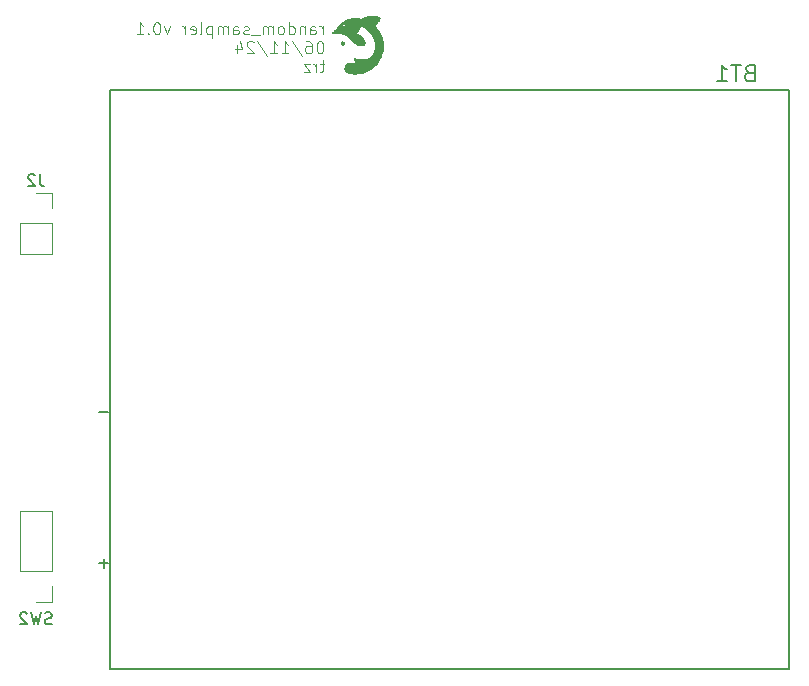
<source format=gbo>
%TF.GenerationSoftware,KiCad,Pcbnew,8.0.6-8.0.6-0~ubuntu24.04.1*%
%TF.CreationDate,2024-11-06T15:00:48+01:00*%
%TF.ProjectId,random_sampler,72616e64-6f6d-45f7-9361-6d706c65722e,rev?*%
%TF.SameCoordinates,Original*%
%TF.FileFunction,Legend,Bot*%
%TF.FilePolarity,Positive*%
%FSLAX46Y46*%
G04 Gerber Fmt 4.6, Leading zero omitted, Abs format (unit mm)*
G04 Created by KiCad (PCBNEW 8.0.6-8.0.6-0~ubuntu24.04.1) date 2024-11-06 15:00:48*
%MOMM*%
%LPD*%
G01*
G04 APERTURE LIST*
%ADD10C,0.100000*%
%ADD11C,0.150000*%
%ADD12C,0.000000*%
%ADD13C,0.127000*%
%ADD14C,0.120000*%
%ADD15C,3.200000*%
%ADD16C,1.000000*%
%ADD17R,1.700000X1.700000*%
%ADD18O,1.700000X1.700000*%
%ADD19C,2.370000*%
%ADD20C,1.959000*%
G04 APERTURE END LIST*
D10*
X29287115Y-3256531D02*
X29287115Y-2589864D01*
X29287115Y-2780340D02*
X29239496Y-2685102D01*
X29239496Y-2685102D02*
X29191877Y-2637483D01*
X29191877Y-2637483D02*
X29096639Y-2589864D01*
X29096639Y-2589864D02*
X29001401Y-2589864D01*
X28239496Y-3256531D02*
X28239496Y-2732721D01*
X28239496Y-2732721D02*
X28287115Y-2637483D01*
X28287115Y-2637483D02*
X28382353Y-2589864D01*
X28382353Y-2589864D02*
X28572829Y-2589864D01*
X28572829Y-2589864D02*
X28668067Y-2637483D01*
X28239496Y-3208912D02*
X28334734Y-3256531D01*
X28334734Y-3256531D02*
X28572829Y-3256531D01*
X28572829Y-3256531D02*
X28668067Y-3208912D01*
X28668067Y-3208912D02*
X28715686Y-3113673D01*
X28715686Y-3113673D02*
X28715686Y-3018435D01*
X28715686Y-3018435D02*
X28668067Y-2923197D01*
X28668067Y-2923197D02*
X28572829Y-2875578D01*
X28572829Y-2875578D02*
X28334734Y-2875578D01*
X28334734Y-2875578D02*
X28239496Y-2827959D01*
X27763305Y-2589864D02*
X27763305Y-3256531D01*
X27763305Y-2685102D02*
X27715686Y-2637483D01*
X27715686Y-2637483D02*
X27620448Y-2589864D01*
X27620448Y-2589864D02*
X27477591Y-2589864D01*
X27477591Y-2589864D02*
X27382353Y-2637483D01*
X27382353Y-2637483D02*
X27334734Y-2732721D01*
X27334734Y-2732721D02*
X27334734Y-3256531D01*
X26429972Y-3256531D02*
X26429972Y-2256531D01*
X26429972Y-3208912D02*
X26525210Y-3256531D01*
X26525210Y-3256531D02*
X26715686Y-3256531D01*
X26715686Y-3256531D02*
X26810924Y-3208912D01*
X26810924Y-3208912D02*
X26858543Y-3161292D01*
X26858543Y-3161292D02*
X26906162Y-3066054D01*
X26906162Y-3066054D02*
X26906162Y-2780340D01*
X26906162Y-2780340D02*
X26858543Y-2685102D01*
X26858543Y-2685102D02*
X26810924Y-2637483D01*
X26810924Y-2637483D02*
X26715686Y-2589864D01*
X26715686Y-2589864D02*
X26525210Y-2589864D01*
X26525210Y-2589864D02*
X26429972Y-2637483D01*
X25810924Y-3256531D02*
X25906162Y-3208912D01*
X25906162Y-3208912D02*
X25953781Y-3161292D01*
X25953781Y-3161292D02*
X26001400Y-3066054D01*
X26001400Y-3066054D02*
X26001400Y-2780340D01*
X26001400Y-2780340D02*
X25953781Y-2685102D01*
X25953781Y-2685102D02*
X25906162Y-2637483D01*
X25906162Y-2637483D02*
X25810924Y-2589864D01*
X25810924Y-2589864D02*
X25668067Y-2589864D01*
X25668067Y-2589864D02*
X25572829Y-2637483D01*
X25572829Y-2637483D02*
X25525210Y-2685102D01*
X25525210Y-2685102D02*
X25477591Y-2780340D01*
X25477591Y-2780340D02*
X25477591Y-3066054D01*
X25477591Y-3066054D02*
X25525210Y-3161292D01*
X25525210Y-3161292D02*
X25572829Y-3208912D01*
X25572829Y-3208912D02*
X25668067Y-3256531D01*
X25668067Y-3256531D02*
X25810924Y-3256531D01*
X25049019Y-3256531D02*
X25049019Y-2589864D01*
X25049019Y-2685102D02*
X25001400Y-2637483D01*
X25001400Y-2637483D02*
X24906162Y-2589864D01*
X24906162Y-2589864D02*
X24763305Y-2589864D01*
X24763305Y-2589864D02*
X24668067Y-2637483D01*
X24668067Y-2637483D02*
X24620448Y-2732721D01*
X24620448Y-2732721D02*
X24620448Y-3256531D01*
X24620448Y-2732721D02*
X24572829Y-2637483D01*
X24572829Y-2637483D02*
X24477591Y-2589864D01*
X24477591Y-2589864D02*
X24334734Y-2589864D01*
X24334734Y-2589864D02*
X24239495Y-2637483D01*
X24239495Y-2637483D02*
X24191876Y-2732721D01*
X24191876Y-2732721D02*
X24191876Y-3256531D01*
X23953782Y-3351769D02*
X23191877Y-3351769D01*
X23001400Y-3208912D02*
X22906162Y-3256531D01*
X22906162Y-3256531D02*
X22715686Y-3256531D01*
X22715686Y-3256531D02*
X22620448Y-3208912D01*
X22620448Y-3208912D02*
X22572829Y-3113673D01*
X22572829Y-3113673D02*
X22572829Y-3066054D01*
X22572829Y-3066054D02*
X22620448Y-2970816D01*
X22620448Y-2970816D02*
X22715686Y-2923197D01*
X22715686Y-2923197D02*
X22858543Y-2923197D01*
X22858543Y-2923197D02*
X22953781Y-2875578D01*
X22953781Y-2875578D02*
X23001400Y-2780340D01*
X23001400Y-2780340D02*
X23001400Y-2732721D01*
X23001400Y-2732721D02*
X22953781Y-2637483D01*
X22953781Y-2637483D02*
X22858543Y-2589864D01*
X22858543Y-2589864D02*
X22715686Y-2589864D01*
X22715686Y-2589864D02*
X22620448Y-2637483D01*
X21715686Y-3256531D02*
X21715686Y-2732721D01*
X21715686Y-2732721D02*
X21763305Y-2637483D01*
X21763305Y-2637483D02*
X21858543Y-2589864D01*
X21858543Y-2589864D02*
X22049019Y-2589864D01*
X22049019Y-2589864D02*
X22144257Y-2637483D01*
X21715686Y-3208912D02*
X21810924Y-3256531D01*
X21810924Y-3256531D02*
X22049019Y-3256531D01*
X22049019Y-3256531D02*
X22144257Y-3208912D01*
X22144257Y-3208912D02*
X22191876Y-3113673D01*
X22191876Y-3113673D02*
X22191876Y-3018435D01*
X22191876Y-3018435D02*
X22144257Y-2923197D01*
X22144257Y-2923197D02*
X22049019Y-2875578D01*
X22049019Y-2875578D02*
X21810924Y-2875578D01*
X21810924Y-2875578D02*
X21715686Y-2827959D01*
X21239495Y-3256531D02*
X21239495Y-2589864D01*
X21239495Y-2685102D02*
X21191876Y-2637483D01*
X21191876Y-2637483D02*
X21096638Y-2589864D01*
X21096638Y-2589864D02*
X20953781Y-2589864D01*
X20953781Y-2589864D02*
X20858543Y-2637483D01*
X20858543Y-2637483D02*
X20810924Y-2732721D01*
X20810924Y-2732721D02*
X20810924Y-3256531D01*
X20810924Y-2732721D02*
X20763305Y-2637483D01*
X20763305Y-2637483D02*
X20668067Y-2589864D01*
X20668067Y-2589864D02*
X20525210Y-2589864D01*
X20525210Y-2589864D02*
X20429971Y-2637483D01*
X20429971Y-2637483D02*
X20382352Y-2732721D01*
X20382352Y-2732721D02*
X20382352Y-3256531D01*
X19906162Y-2589864D02*
X19906162Y-3589864D01*
X19906162Y-2637483D02*
X19810924Y-2589864D01*
X19810924Y-2589864D02*
X19620448Y-2589864D01*
X19620448Y-2589864D02*
X19525210Y-2637483D01*
X19525210Y-2637483D02*
X19477591Y-2685102D01*
X19477591Y-2685102D02*
X19429972Y-2780340D01*
X19429972Y-2780340D02*
X19429972Y-3066054D01*
X19429972Y-3066054D02*
X19477591Y-3161292D01*
X19477591Y-3161292D02*
X19525210Y-3208912D01*
X19525210Y-3208912D02*
X19620448Y-3256531D01*
X19620448Y-3256531D02*
X19810924Y-3256531D01*
X19810924Y-3256531D02*
X19906162Y-3208912D01*
X18858543Y-3256531D02*
X18953781Y-3208912D01*
X18953781Y-3208912D02*
X19001400Y-3113673D01*
X19001400Y-3113673D02*
X19001400Y-2256531D01*
X18096638Y-3208912D02*
X18191876Y-3256531D01*
X18191876Y-3256531D02*
X18382352Y-3256531D01*
X18382352Y-3256531D02*
X18477590Y-3208912D01*
X18477590Y-3208912D02*
X18525209Y-3113673D01*
X18525209Y-3113673D02*
X18525209Y-2732721D01*
X18525209Y-2732721D02*
X18477590Y-2637483D01*
X18477590Y-2637483D02*
X18382352Y-2589864D01*
X18382352Y-2589864D02*
X18191876Y-2589864D01*
X18191876Y-2589864D02*
X18096638Y-2637483D01*
X18096638Y-2637483D02*
X18049019Y-2732721D01*
X18049019Y-2732721D02*
X18049019Y-2827959D01*
X18049019Y-2827959D02*
X18525209Y-2923197D01*
X17620447Y-3256531D02*
X17620447Y-2589864D01*
X17620447Y-2780340D02*
X17572828Y-2685102D01*
X17572828Y-2685102D02*
X17525209Y-2637483D01*
X17525209Y-2637483D02*
X17429971Y-2589864D01*
X17429971Y-2589864D02*
X17334733Y-2589864D01*
X16334732Y-2589864D02*
X16096637Y-3256531D01*
X16096637Y-3256531D02*
X15858542Y-2589864D01*
X15287113Y-2256531D02*
X15191875Y-2256531D01*
X15191875Y-2256531D02*
X15096637Y-2304150D01*
X15096637Y-2304150D02*
X15049018Y-2351769D01*
X15049018Y-2351769D02*
X15001399Y-2447007D01*
X15001399Y-2447007D02*
X14953780Y-2637483D01*
X14953780Y-2637483D02*
X14953780Y-2875578D01*
X14953780Y-2875578D02*
X15001399Y-3066054D01*
X15001399Y-3066054D02*
X15049018Y-3161292D01*
X15049018Y-3161292D02*
X15096637Y-3208912D01*
X15096637Y-3208912D02*
X15191875Y-3256531D01*
X15191875Y-3256531D02*
X15287113Y-3256531D01*
X15287113Y-3256531D02*
X15382351Y-3208912D01*
X15382351Y-3208912D02*
X15429970Y-3161292D01*
X15429970Y-3161292D02*
X15477589Y-3066054D01*
X15477589Y-3066054D02*
X15525208Y-2875578D01*
X15525208Y-2875578D02*
X15525208Y-2637483D01*
X15525208Y-2637483D02*
X15477589Y-2447007D01*
X15477589Y-2447007D02*
X15429970Y-2351769D01*
X15429970Y-2351769D02*
X15382351Y-2304150D01*
X15382351Y-2304150D02*
X15287113Y-2256531D01*
X14525208Y-3161292D02*
X14477589Y-3208912D01*
X14477589Y-3208912D02*
X14525208Y-3256531D01*
X14525208Y-3256531D02*
X14572827Y-3208912D01*
X14572827Y-3208912D02*
X14525208Y-3161292D01*
X14525208Y-3161292D02*
X14525208Y-3256531D01*
X13525209Y-3256531D02*
X14096637Y-3256531D01*
X13810923Y-3256531D02*
X13810923Y-2256531D01*
X13810923Y-2256531D02*
X13906161Y-2399388D01*
X13906161Y-2399388D02*
X14001399Y-2494626D01*
X14001399Y-2494626D02*
X14096637Y-2542245D01*
X29096639Y-3866475D02*
X29001401Y-3866475D01*
X29001401Y-3866475D02*
X28906163Y-3914094D01*
X28906163Y-3914094D02*
X28858544Y-3961713D01*
X28858544Y-3961713D02*
X28810925Y-4056951D01*
X28810925Y-4056951D02*
X28763306Y-4247427D01*
X28763306Y-4247427D02*
X28763306Y-4485522D01*
X28763306Y-4485522D02*
X28810925Y-4675998D01*
X28810925Y-4675998D02*
X28858544Y-4771236D01*
X28858544Y-4771236D02*
X28906163Y-4818856D01*
X28906163Y-4818856D02*
X29001401Y-4866475D01*
X29001401Y-4866475D02*
X29096639Y-4866475D01*
X29096639Y-4866475D02*
X29191877Y-4818856D01*
X29191877Y-4818856D02*
X29239496Y-4771236D01*
X29239496Y-4771236D02*
X29287115Y-4675998D01*
X29287115Y-4675998D02*
X29334734Y-4485522D01*
X29334734Y-4485522D02*
X29334734Y-4247427D01*
X29334734Y-4247427D02*
X29287115Y-4056951D01*
X29287115Y-4056951D02*
X29239496Y-3961713D01*
X29239496Y-3961713D02*
X29191877Y-3914094D01*
X29191877Y-3914094D02*
X29096639Y-3866475D01*
X27906163Y-3866475D02*
X28096639Y-3866475D01*
X28096639Y-3866475D02*
X28191877Y-3914094D01*
X28191877Y-3914094D02*
X28239496Y-3961713D01*
X28239496Y-3961713D02*
X28334734Y-4104570D01*
X28334734Y-4104570D02*
X28382353Y-4295046D01*
X28382353Y-4295046D02*
X28382353Y-4675998D01*
X28382353Y-4675998D02*
X28334734Y-4771236D01*
X28334734Y-4771236D02*
X28287115Y-4818856D01*
X28287115Y-4818856D02*
X28191877Y-4866475D01*
X28191877Y-4866475D02*
X28001401Y-4866475D01*
X28001401Y-4866475D02*
X27906163Y-4818856D01*
X27906163Y-4818856D02*
X27858544Y-4771236D01*
X27858544Y-4771236D02*
X27810925Y-4675998D01*
X27810925Y-4675998D02*
X27810925Y-4437903D01*
X27810925Y-4437903D02*
X27858544Y-4342665D01*
X27858544Y-4342665D02*
X27906163Y-4295046D01*
X27906163Y-4295046D02*
X28001401Y-4247427D01*
X28001401Y-4247427D02*
X28191877Y-4247427D01*
X28191877Y-4247427D02*
X28287115Y-4295046D01*
X28287115Y-4295046D02*
X28334734Y-4342665D01*
X28334734Y-4342665D02*
X28382353Y-4437903D01*
X26668068Y-3818856D02*
X27525210Y-5104570D01*
X25810925Y-4866475D02*
X26382353Y-4866475D01*
X26096639Y-4866475D02*
X26096639Y-3866475D01*
X26096639Y-3866475D02*
X26191877Y-4009332D01*
X26191877Y-4009332D02*
X26287115Y-4104570D01*
X26287115Y-4104570D02*
X26382353Y-4152189D01*
X24858544Y-4866475D02*
X25429972Y-4866475D01*
X25144258Y-4866475D02*
X25144258Y-3866475D01*
X25144258Y-3866475D02*
X25239496Y-4009332D01*
X25239496Y-4009332D02*
X25334734Y-4104570D01*
X25334734Y-4104570D02*
X25429972Y-4152189D01*
X23715687Y-3818856D02*
X24572829Y-5104570D01*
X23429972Y-3961713D02*
X23382353Y-3914094D01*
X23382353Y-3914094D02*
X23287115Y-3866475D01*
X23287115Y-3866475D02*
X23049020Y-3866475D01*
X23049020Y-3866475D02*
X22953782Y-3914094D01*
X22953782Y-3914094D02*
X22906163Y-3961713D01*
X22906163Y-3961713D02*
X22858544Y-4056951D01*
X22858544Y-4056951D02*
X22858544Y-4152189D01*
X22858544Y-4152189D02*
X22906163Y-4295046D01*
X22906163Y-4295046D02*
X23477591Y-4866475D01*
X23477591Y-4866475D02*
X22858544Y-4866475D01*
X22001401Y-4199808D02*
X22001401Y-4866475D01*
X22239496Y-3818856D02*
X22477591Y-4533141D01*
X22477591Y-4533141D02*
X21858544Y-4533141D01*
X29429972Y-5809752D02*
X29049020Y-5809752D01*
X29287115Y-5476419D02*
X29287115Y-6333561D01*
X29287115Y-6333561D02*
X29239496Y-6428800D01*
X29239496Y-6428800D02*
X29144258Y-6476419D01*
X29144258Y-6476419D02*
X29049020Y-6476419D01*
X28715686Y-6476419D02*
X28715686Y-5809752D01*
X28715686Y-6000228D02*
X28668067Y-5904990D01*
X28668067Y-5904990D02*
X28620448Y-5857371D01*
X28620448Y-5857371D02*
X28525210Y-5809752D01*
X28525210Y-5809752D02*
X28429972Y-5809752D01*
X28191876Y-5809752D02*
X27668067Y-5809752D01*
X27668067Y-5809752D02*
X28191876Y-6476419D01*
X28191876Y-6476419D02*
X27668067Y-6476419D01*
D11*
X65405000Y-6517533D02*
X65205000Y-6584200D01*
X65205000Y-6584200D02*
X65138333Y-6650866D01*
X65138333Y-6650866D02*
X65071666Y-6784200D01*
X65071666Y-6784200D02*
X65071666Y-6984200D01*
X65071666Y-6984200D02*
X65138333Y-7117533D01*
X65138333Y-7117533D02*
X65205000Y-7184200D01*
X65205000Y-7184200D02*
X65338333Y-7250866D01*
X65338333Y-7250866D02*
X65871666Y-7250866D01*
X65871666Y-7250866D02*
X65871666Y-5850866D01*
X65871666Y-5850866D02*
X65405000Y-5850866D01*
X65405000Y-5850866D02*
X65271666Y-5917533D01*
X65271666Y-5917533D02*
X65205000Y-5984200D01*
X65205000Y-5984200D02*
X65138333Y-6117533D01*
X65138333Y-6117533D02*
X65138333Y-6250866D01*
X65138333Y-6250866D02*
X65205000Y-6384200D01*
X65205000Y-6384200D02*
X65271666Y-6450866D01*
X65271666Y-6450866D02*
X65405000Y-6517533D01*
X65405000Y-6517533D02*
X65871666Y-6517533D01*
X64671666Y-5850866D02*
X63871666Y-5850866D01*
X64271666Y-7250866D02*
X64271666Y-5850866D01*
X62671666Y-7250866D02*
X63471666Y-7250866D01*
X63071666Y-7250866D02*
X63071666Y-5850866D01*
X63071666Y-5850866D02*
X63204999Y-6050866D01*
X63204999Y-6050866D02*
X63338333Y-6184200D01*
X63338333Y-6184200D02*
X63471666Y-6250866D01*
X11130951Y-48073866D02*
X10369047Y-48073866D01*
X10749999Y-48454819D02*
X10749999Y-47692914D01*
X11130951Y-35273866D02*
X10369047Y-35273866D01*
X5333333Y-15124819D02*
X5333333Y-15839104D01*
X5333333Y-15839104D02*
X5380952Y-15981961D01*
X5380952Y-15981961D02*
X5476190Y-16077200D01*
X5476190Y-16077200D02*
X5619047Y-16124819D01*
X5619047Y-16124819D02*
X5714285Y-16124819D01*
X4904761Y-15220057D02*
X4857142Y-15172438D01*
X4857142Y-15172438D02*
X4761904Y-15124819D01*
X4761904Y-15124819D02*
X4523809Y-15124819D01*
X4523809Y-15124819D02*
X4428571Y-15172438D01*
X4428571Y-15172438D02*
X4380952Y-15220057D01*
X4380952Y-15220057D02*
X4333333Y-15315295D01*
X4333333Y-15315295D02*
X4333333Y-15410533D01*
X4333333Y-15410533D02*
X4380952Y-15553390D01*
X4380952Y-15553390D02*
X4952380Y-16124819D01*
X4952380Y-16124819D02*
X4333333Y-16124819D01*
X6333332Y-53177200D02*
X6190475Y-53224819D01*
X6190475Y-53224819D02*
X5952380Y-53224819D01*
X5952380Y-53224819D02*
X5857142Y-53177200D01*
X5857142Y-53177200D02*
X5809523Y-53129580D01*
X5809523Y-53129580D02*
X5761904Y-53034342D01*
X5761904Y-53034342D02*
X5761904Y-52939104D01*
X5761904Y-52939104D02*
X5809523Y-52843866D01*
X5809523Y-52843866D02*
X5857142Y-52796247D01*
X5857142Y-52796247D02*
X5952380Y-52748628D01*
X5952380Y-52748628D02*
X6142856Y-52701009D01*
X6142856Y-52701009D02*
X6238094Y-52653390D01*
X6238094Y-52653390D02*
X6285713Y-52605771D01*
X6285713Y-52605771D02*
X6333332Y-52510533D01*
X6333332Y-52510533D02*
X6333332Y-52415295D01*
X6333332Y-52415295D02*
X6285713Y-52320057D01*
X6285713Y-52320057D02*
X6238094Y-52272438D01*
X6238094Y-52272438D02*
X6142856Y-52224819D01*
X6142856Y-52224819D02*
X5904761Y-52224819D01*
X5904761Y-52224819D02*
X5761904Y-52272438D01*
X5428570Y-52224819D02*
X5190475Y-53224819D01*
X5190475Y-53224819D02*
X4999999Y-52510533D01*
X4999999Y-52510533D02*
X4809523Y-53224819D01*
X4809523Y-53224819D02*
X4571428Y-52224819D01*
X4238094Y-52320057D02*
X4190475Y-52272438D01*
X4190475Y-52272438D02*
X4095237Y-52224819D01*
X4095237Y-52224819D02*
X3857142Y-52224819D01*
X3857142Y-52224819D02*
X3761904Y-52272438D01*
X3761904Y-52272438D02*
X3714285Y-52320057D01*
X3714285Y-52320057D02*
X3666666Y-52415295D01*
X3666666Y-52415295D02*
X3666666Y-52510533D01*
X3666666Y-52510533D02*
X3714285Y-52653390D01*
X3714285Y-52653390D02*
X4285713Y-53224819D01*
X4285713Y-53224819D02*
X3666666Y-53224819D01*
D12*
%TO.C,G\u002A\u002A\u002A*%
G36*
X31034722Y-3869731D02*
G01*
X31084214Y-3886617D01*
X31093272Y-3891532D01*
X31134076Y-3923419D01*
X31163347Y-3963559D01*
X31180727Y-4009211D01*
X31185857Y-4057632D01*
X31178378Y-4106081D01*
X31157932Y-4151816D01*
X31124161Y-4192096D01*
X31102613Y-4209322D01*
X31066948Y-4228312D01*
X31022000Y-4241425D01*
X31012880Y-4242722D01*
X30981007Y-4241532D01*
X30945364Y-4234339D01*
X30913455Y-4222454D01*
X30892326Y-4209196D01*
X30861098Y-4181035D01*
X30834685Y-4147837D01*
X30818066Y-4115197D01*
X30809529Y-4067757D01*
X30814293Y-4016598D01*
X30832051Y-3967989D01*
X30861529Y-3925344D01*
X30901451Y-3892074D01*
X30932418Y-3877233D01*
X30982737Y-3866644D01*
X31034722Y-3869731D01*
G37*
G36*
X33821955Y-2529926D02*
G01*
X33800869Y-2574090D01*
X33784155Y-2614306D01*
X33854349Y-2692653D01*
X33917046Y-2765657D01*
X34028728Y-2912481D01*
X34129340Y-3067811D01*
X34217649Y-3229495D01*
X34292423Y-3395377D01*
X34352430Y-3563304D01*
X34393501Y-3710894D01*
X34433167Y-3904003D01*
X34457170Y-4097382D01*
X34465540Y-4290399D01*
X34458308Y-4482423D01*
X34435502Y-4672826D01*
X34397152Y-4860978D01*
X34343288Y-5046247D01*
X34273941Y-5228003D01*
X34234604Y-5314976D01*
X34144110Y-5486810D01*
X34040784Y-5649779D01*
X33925309Y-5803255D01*
X33798366Y-5946607D01*
X33660635Y-6079207D01*
X33512797Y-6200426D01*
X33355534Y-6309633D01*
X33189526Y-6406199D01*
X33015455Y-6489495D01*
X32834000Y-6558892D01*
X32761356Y-6581840D01*
X32669997Y-6607042D01*
X32577400Y-6628997D01*
X32486748Y-6647082D01*
X32401225Y-6660671D01*
X32324013Y-6669140D01*
X32258295Y-6671865D01*
X32254491Y-6671857D01*
X32224007Y-6672848D01*
X32199509Y-6675385D01*
X32186000Y-6678976D01*
X32185719Y-6679136D01*
X32172545Y-6681622D01*
X32146356Y-6683139D01*
X32109954Y-6683747D01*
X32066141Y-6683504D01*
X32017720Y-6682468D01*
X31967492Y-6680699D01*
X31918262Y-6678256D01*
X31872830Y-6675197D01*
X31834000Y-6671582D01*
X31794361Y-6666801D01*
X31708826Y-6654422D01*
X31622449Y-6639399D01*
X31538595Y-6622437D01*
X31460626Y-6604244D01*
X31391905Y-6585524D01*
X31335797Y-6566985D01*
X31324330Y-6562123D01*
X31282132Y-6534992D01*
X31241013Y-6495286D01*
X31202624Y-6445672D01*
X31168618Y-6388814D01*
X31140645Y-6327380D01*
X31120356Y-6264035D01*
X31109403Y-6201445D01*
X31108011Y-6179450D01*
X31112380Y-6104503D01*
X31129543Y-6029212D01*
X31158087Y-5956202D01*
X31196601Y-5888098D01*
X31243673Y-5827524D01*
X31297892Y-5777106D01*
X31357847Y-5739467D01*
X31400131Y-5719554D01*
X31444918Y-5701204D01*
X31485722Y-5688909D01*
X31527519Y-5681547D01*
X31575286Y-5677994D01*
X31634000Y-5677126D01*
X31654711Y-5677355D01*
X31730960Y-5682055D01*
X31806538Y-5693456D01*
X31886025Y-5712402D01*
X31974000Y-5739736D01*
X31999510Y-5748304D01*
X32028890Y-5757918D01*
X32049923Y-5764491D01*
X32059218Y-5766940D01*
X32060750Y-5764505D01*
X32058288Y-5749102D01*
X32049553Y-5720004D01*
X32034723Y-5677781D01*
X32013976Y-5623000D01*
X32008390Y-5608570D01*
X31991911Y-5565584D01*
X31975618Y-5522574D01*
X31962341Y-5487000D01*
X31954579Y-5466055D01*
X31939672Y-5426171D01*
X31922990Y-5381831D01*
X31906898Y-5339336D01*
X31894820Y-5306018D01*
X31884821Y-5275112D01*
X31878777Y-5252285D01*
X31877691Y-5240920D01*
X31878688Y-5236205D01*
X31873909Y-5235056D01*
X31870889Y-5236277D01*
X31866000Y-5231472D01*
X31866002Y-5231207D01*
X31867607Y-5225430D01*
X31873866Y-5224184D01*
X31887166Y-5228178D01*
X31909896Y-5238119D01*
X31944443Y-5254715D01*
X31947682Y-5256291D01*
X32056842Y-5302352D01*
X32177491Y-5340754D01*
X32306746Y-5370705D01*
X32441722Y-5391412D01*
X32478819Y-5394775D01*
X32543922Y-5397623D01*
X32615276Y-5397844D01*
X32688452Y-5395597D01*
X32759021Y-5391044D01*
X32822552Y-5384347D01*
X32874617Y-5375666D01*
X32941421Y-5359468D01*
X33040138Y-5328581D01*
X33132600Y-5291323D01*
X33215618Y-5249033D01*
X33286000Y-5203051D01*
X33304133Y-5189018D01*
X33385110Y-5116269D01*
X33458886Y-5033483D01*
X33522533Y-4944239D01*
X33573124Y-4852115D01*
X33607432Y-4768864D01*
X33642613Y-4656128D01*
X33669593Y-4535136D01*
X33687917Y-4409166D01*
X33697132Y-4281496D01*
X33696784Y-4155404D01*
X33686418Y-4034168D01*
X33683175Y-4010054D01*
X33676932Y-3967767D01*
X33670327Y-3930866D01*
X33662400Y-3895244D01*
X33652191Y-3856796D01*
X33638738Y-3811417D01*
X33621081Y-3755000D01*
X33601234Y-3696584D01*
X33540396Y-3552176D01*
X33464151Y-3412034D01*
X33372511Y-3276180D01*
X33265495Y-3144640D01*
X33143115Y-3017436D01*
X33086358Y-2965154D01*
X33024078Y-2912088D01*
X32959722Y-2861042D01*
X32894998Y-2813144D01*
X32831613Y-2769520D01*
X32771273Y-2731300D01*
X32715686Y-2699610D01*
X32666558Y-2675578D01*
X32625596Y-2660332D01*
X32594507Y-2655000D01*
X32561894Y-2662079D01*
X32529058Y-2684951D01*
X32498051Y-2723541D01*
X32468952Y-2777748D01*
X32441841Y-2847473D01*
X32433764Y-2868948D01*
X32422763Y-2890536D01*
X32407411Y-2912664D01*
X32385267Y-2938799D01*
X32353890Y-2972407D01*
X32348328Y-2978266D01*
X32298892Y-3034878D01*
X32261931Y-3086379D01*
X32237705Y-3132163D01*
X32226473Y-3171624D01*
X32228494Y-3204153D01*
X32244028Y-3229146D01*
X32248744Y-3232810D01*
X32269210Y-3244246D01*
X32298430Y-3257291D01*
X32331729Y-3269780D01*
X32336828Y-3271542D01*
X32423136Y-3309512D01*
X32508507Y-3361957D01*
X32591321Y-3427455D01*
X32669958Y-3504583D01*
X32742798Y-3591919D01*
X32808221Y-3688041D01*
X32826456Y-3718850D01*
X32866081Y-3796348D01*
X32893291Y-3869174D01*
X32908970Y-3940030D01*
X32914000Y-4011614D01*
X32910953Y-4066444D01*
X32899479Y-4117879D01*
X32878318Y-4161512D01*
X32846257Y-4200729D01*
X32835568Y-4210736D01*
X32786989Y-4244032D01*
X32727017Y-4270144D01*
X32658204Y-4288521D01*
X32583104Y-4298612D01*
X32504270Y-4299867D01*
X32424255Y-4291735D01*
X32363366Y-4279645D01*
X32302373Y-4261497D01*
X32242492Y-4236235D01*
X32177637Y-4201634D01*
X32153993Y-4187588D01*
X32124279Y-4168532D01*
X32094190Y-4147350D01*
X32062544Y-4122991D01*
X32028157Y-4094403D01*
X31989845Y-4060532D01*
X31946425Y-4020328D01*
X31896714Y-3972736D01*
X31839528Y-3916706D01*
X31773685Y-3851185D01*
X31698000Y-3775121D01*
X31642762Y-3719703D01*
X31587524Y-3664860D01*
X31535227Y-3613494D01*
X31487246Y-3566930D01*
X31444957Y-3526494D01*
X31409736Y-3493512D01*
X31382958Y-3469310D01*
X31366000Y-3455213D01*
X31329841Y-3430072D01*
X31262208Y-3391170D01*
X31187012Y-3357853D01*
X31102623Y-3329607D01*
X31007411Y-3305920D01*
X30899747Y-3286278D01*
X30778000Y-3270169D01*
X30755832Y-3268167D01*
X30710059Y-3265567D01*
X30653175Y-3263595D01*
X30588149Y-3262250D01*
X30517949Y-3261532D01*
X30445545Y-3261439D01*
X30373905Y-3261971D01*
X30305999Y-3263127D01*
X30244794Y-3264907D01*
X30193261Y-3267309D01*
X30154367Y-3270332D01*
X30126541Y-3273125D01*
X30097043Y-3275301D01*
X30078040Y-3275111D01*
X30066350Y-3272452D01*
X30058793Y-3267220D01*
X30052580Y-3256950D01*
X30047286Y-3232037D01*
X30047057Y-3200751D01*
X30051786Y-3168389D01*
X30061366Y-3140249D01*
X30075389Y-3117673D01*
X30105754Y-3081365D01*
X30149278Y-3037914D01*
X30205527Y-2987742D01*
X30274071Y-2931275D01*
X30330927Y-2884618D01*
X30410221Y-2813950D01*
X30475343Y-2748085D01*
X30526025Y-2687301D01*
X30562000Y-2631876D01*
X30603103Y-2560541D01*
X30633891Y-2514989D01*
X31026359Y-2514989D01*
X31030440Y-2545848D01*
X31048000Y-2575367D01*
X31058500Y-2585387D01*
X31088147Y-2600887D01*
X31120057Y-2603938D01*
X31150812Y-2595828D01*
X31176995Y-2577843D01*
X31195187Y-2551270D01*
X31201971Y-2517397D01*
X31201312Y-2509564D01*
X31190948Y-2481756D01*
X31171400Y-2456295D01*
X31147080Y-2439447D01*
X31138353Y-2436308D01*
X31104947Y-2432846D01*
X31075050Y-2441717D01*
X31050657Y-2460189D01*
X31033763Y-2485524D01*
X31026359Y-2514989D01*
X30633891Y-2514989D01*
X30663124Y-2471738D01*
X30728854Y-2392312D01*
X30802349Y-2320305D01*
X30885667Y-2253757D01*
X30980865Y-2190709D01*
X31090000Y-2129204D01*
X31164576Y-2091446D01*
X31286391Y-2036498D01*
X31400471Y-1993875D01*
X31506000Y-1963901D01*
X31538255Y-1956520D01*
X31627441Y-1937904D01*
X31711555Y-1923507D01*
X31795850Y-1912612D01*
X31885581Y-1904504D01*
X31986000Y-1898465D01*
X32008667Y-1897614D01*
X32058918Y-1896971D01*
X32115643Y-1897513D01*
X32176031Y-1899095D01*
X32237275Y-1901576D01*
X32296565Y-1904813D01*
X32351092Y-1908662D01*
X32398046Y-1912982D01*
X32434619Y-1917628D01*
X32458000Y-1922459D01*
X32477984Y-1928511D01*
X32504039Y-1935205D01*
X32525755Y-1937589D01*
X32546840Y-1935052D01*
X32571000Y-1926978D01*
X32601943Y-1912754D01*
X32643376Y-1891767D01*
X32652883Y-1886914D01*
X32694841Y-1866418D01*
X32731958Y-1850481D01*
X32769379Y-1837243D01*
X32812249Y-1824846D01*
X32865712Y-1811431D01*
X32926547Y-1797314D01*
X33141301Y-1755745D01*
X33352424Y-1727786D01*
X33558000Y-1713710D01*
X33654147Y-1712247D01*
X33769954Y-1716610D01*
X33873510Y-1728250D01*
X33966000Y-1747265D01*
X33986516Y-1752817D01*
X34055438Y-1775607D01*
X34110072Y-1801547D01*
X34150533Y-1831284D01*
X34176936Y-1865463D01*
X34189396Y-1904730D01*
X34188028Y-1949731D01*
X34172947Y-2001112D01*
X34144267Y-2059519D01*
X34102104Y-2125598D01*
X34046572Y-2199994D01*
X34031133Y-2220028D01*
X34014000Y-2243053D01*
X34006108Y-2253876D01*
X33989400Y-2276675D01*
X33968012Y-2305785D01*
X33944681Y-2337480D01*
X33928027Y-2360478D01*
X33887642Y-2419652D01*
X33851582Y-2477291D01*
X33829007Y-2517397D01*
X33821955Y-2529926D01*
G37*
D13*
%TO.C,BT1*%
X11250000Y-8000000D02*
X11250000Y-57000000D01*
X11250000Y-8000000D02*
X68750000Y-8000000D01*
X11250000Y-57000000D02*
X68750000Y-57000000D01*
X68750000Y-57000000D02*
X68750000Y-8000000D01*
D14*
%TO.C,J2*%
X3670000Y-19270000D02*
X6330000Y-19270000D01*
X3670000Y-21870000D02*
X3670000Y-19270000D01*
X3670000Y-21870000D02*
X6330000Y-21870000D01*
X5000000Y-16670000D02*
X6330000Y-16670000D01*
X6330000Y-16670000D02*
X6330000Y-18000000D01*
X6330000Y-21870000D02*
X6330000Y-19270000D01*
%TO.C,SW2*%
X3670000Y-43590000D02*
X3670000Y-48730000D01*
X6330000Y-43590000D02*
X3670000Y-43590000D01*
X6330000Y-43590000D02*
X6330000Y-48730000D01*
X6330000Y-48730000D02*
X3670000Y-48730000D01*
X6330000Y-50000000D02*
X6330000Y-51330000D01*
X6330000Y-51330000D02*
X5000000Y-51330000D01*
%TD*%
%LPC*%
D15*
%TO.C,H4*%
X5000000Y-60000000D03*
%TD*%
D16*
%TO.C,J1*%
X76013500Y-24950000D03*
X76013500Y-16950000D03*
%TD*%
D15*
%TO.C,H5*%
X40000000Y-60000000D03*
%TD*%
D17*
%TO.C,J3*%
X70784000Y-48000000D03*
D18*
X70784000Y-45460000D03*
%TD*%
D15*
%TO.C,H2*%
X40000000Y-5000000D03*
%TD*%
%TO.C,H6*%
X75000000Y-60000000D03*
%TD*%
%TO.C,H3*%
X75000000Y-5000000D03*
%TD*%
%TO.C,H1*%
X5000000Y-5000000D03*
%TD*%
D19*
%TO.C,BT1*%
X39750000Y-46500000D03*
X39750000Y-16500000D03*
D20*
X13680000Y-48000000D03*
X13680000Y-35200000D03*
%TD*%
D17*
%TO.C,J2*%
X5000000Y-18000000D03*
D18*
X5000000Y-20540000D03*
%TD*%
D17*
%TO.C,SW2*%
X5000000Y-50000000D03*
D18*
X5000000Y-47460000D03*
X5000000Y-44920000D03*
%TD*%
%LPD*%
M02*

</source>
